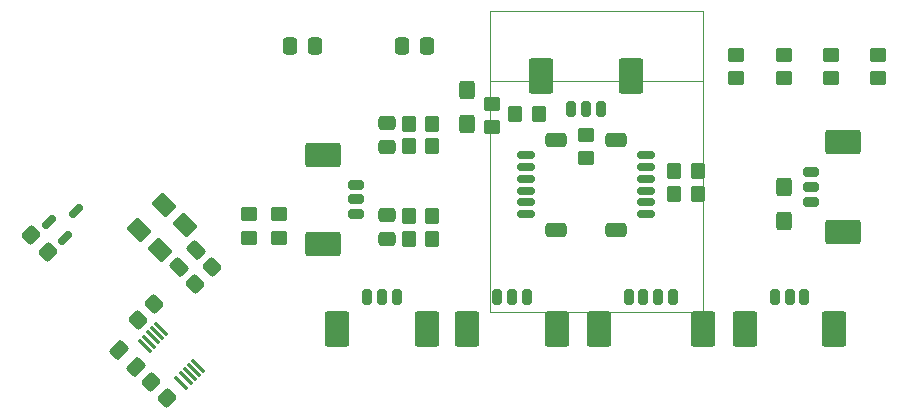
<source format=gbp>
G04 #@! TF.GenerationSoftware,KiCad,Pcbnew,9.0.0*
G04 #@! TF.CreationDate,2025-04-15T23:50:37+02:00*
G04 #@! TF.ProjectId,SUMEC_MK_V,53554d45-435f-44d4-9b5f-562e6b696361,v2.1.1*
G04 #@! TF.SameCoordinates,Original*
G04 #@! TF.FileFunction,Paste,Bot*
G04 #@! TF.FilePolarity,Positive*
%FSLAX46Y46*%
G04 Gerber Fmt 4.6, Leading zero omitted, Abs format (unit mm)*
G04 Created by KiCad (PCBNEW 9.0.0) date 2025-04-15 23:50:37*
%MOMM*%
%LPD*%
G01*
G04 APERTURE LIST*
G04 Aperture macros list*
%AMRoundRect*
0 Rectangle with rounded corners*
0 $1 Rounding radius*
0 $2 $3 $4 $5 $6 $7 $8 $9 X,Y pos of 4 corners*
0 Add a 4 corners polygon primitive as box body*
4,1,4,$2,$3,$4,$5,$6,$7,$8,$9,$2,$3,0*
0 Add four circle primitives for the rounded corners*
1,1,$1+$1,$2,$3*
1,1,$1+$1,$4,$5*
1,1,$1+$1,$6,$7*
1,1,$1+$1,$8,$9*
0 Add four rect primitives between the rounded corners*
20,1,$1+$1,$2,$3,$4,$5,0*
20,1,$1+$1,$4,$5,$6,$7,0*
20,1,$1+$1,$6,$7,$8,$9,0*
20,1,$1+$1,$8,$9,$2,$3,0*%
G04 Aperture macros list end*
%ADD10RoundRect,0.200000X-0.450000X0.200000X-0.450000X-0.200000X0.450000X-0.200000X0.450000X0.200000X0*%
%ADD11RoundRect,0.250001X-1.249999X0.799999X-1.249999X-0.799999X1.249999X-0.799999X1.249999X0.799999X0*%
%ADD12RoundRect,0.200000X0.450000X-0.200000X0.450000X0.200000X-0.450000X0.200000X-0.450000X-0.200000X0*%
%ADD13RoundRect,0.250001X1.249999X-0.799999X1.249999X0.799999X-1.249999X0.799999X-1.249999X-0.799999X0*%
%ADD14RoundRect,0.200000X0.200000X0.450000X-0.200000X0.450000X-0.200000X-0.450000X0.200000X-0.450000X0*%
%ADD15RoundRect,0.250001X0.799999X1.249999X-0.799999X1.249999X-0.799999X-1.249999X0.799999X-1.249999X0*%
%ADD16RoundRect,0.200000X-0.200000X-0.450000X0.200000X-0.450000X0.200000X0.450000X-0.200000X0.450000X0*%
%ADD17RoundRect,0.250001X-0.799999X-1.249999X0.799999X-1.249999X0.799999X1.249999X-0.799999X1.249999X0*%
%ADD18RoundRect,0.150000X0.625000X-0.150000X0.625000X0.150000X-0.625000X0.150000X-0.625000X-0.150000X0*%
%ADD19RoundRect,0.250000X0.650000X-0.350000X0.650000X0.350000X-0.650000X0.350000X-0.650000X-0.350000X0*%
%ADD20RoundRect,0.150000X-0.625000X0.150000X-0.625000X-0.150000X0.625000X-0.150000X0.625000X0.150000X0*%
%ADD21RoundRect,0.250000X-0.650000X0.350000X-0.650000X-0.350000X0.650000X-0.350000X0.650000X0.350000X0*%
%ADD22RoundRect,0.250000X-0.565685X-0.070711X-0.070711X-0.565685X0.565685X0.070711X0.070711X0.565685X0*%
%ADD23RoundRect,0.250001X-0.114905X0.768977X-0.768977X0.114905X0.114905X-0.768977X0.768977X-0.114905X0*%
%ADD24RoundRect,0.250000X0.425000X-0.537500X0.425000X0.537500X-0.425000X0.537500X-0.425000X-0.537500X0*%
%ADD25RoundRect,0.250000X0.475000X-0.337500X0.475000X0.337500X-0.475000X0.337500X-0.475000X-0.337500X0*%
%ADD26RoundRect,0.250000X0.450000X-0.350000X0.450000X0.350000X-0.450000X0.350000X-0.450000X-0.350000X0*%
%ADD27RoundRect,0.250000X-0.350000X-0.450000X0.350000X-0.450000X0.350000X0.450000X-0.350000X0.450000X0*%
%ADD28RoundRect,0.250000X-0.070711X0.565685X-0.565685X0.070711X0.070711X-0.565685X0.565685X-0.070711X0*%
%ADD29RoundRect,0.075000X0.512652X-0.406586X-0.406586X0.512652X-0.512652X0.406586X0.406586X-0.512652X0*%
%ADD30RoundRect,0.250000X-0.425000X0.537500X-0.425000X-0.537500X0.425000X-0.537500X0.425000X0.537500X0*%
%ADD31RoundRect,0.150000X-0.256326X-0.468458X0.468458X0.256326X0.256326X0.468458X-0.468458X-0.256326X0*%
%ADD32RoundRect,0.250000X0.337500X0.475000X-0.337500X0.475000X-0.337500X-0.475000X0.337500X-0.475000X0*%
%ADD33RoundRect,0.250000X0.070711X-0.565685X0.565685X-0.070711X-0.070711X0.565685X-0.565685X0.070711X0*%
%ADD34RoundRect,0.250000X-0.097227X0.574524X-0.574524X0.097227X0.097227X-0.574524X0.574524X-0.097227X0*%
%ADD35RoundRect,0.250000X-0.574524X-0.097227X-0.097227X-0.574524X0.574524X0.097227X0.097227X0.574524X0*%
%ADD36RoundRect,0.250000X0.350000X0.450000X-0.350000X0.450000X-0.350000X-0.450000X0.350000X-0.450000X0*%
%ADD37C,0.120000*%
G04 APERTURE END LIST*
D10*
X149800000Y-62950000D03*
X149800000Y-64200000D03*
X149800000Y-65450000D03*
D11*
X152550000Y-60400000D03*
X152550000Y-68000000D03*
D12*
X111250000Y-66500000D03*
X111250000Y-65250000D03*
X111250000Y-64000000D03*
D13*
X108500000Y-69050000D03*
X108500000Y-61450000D03*
D14*
X149250000Y-73500000D03*
X148000000Y-73500000D03*
X146750000Y-73500000D03*
D15*
X151800000Y-76250000D03*
X144200000Y-76250000D03*
D14*
X125750000Y-73500000D03*
X124500000Y-73500000D03*
X123250000Y-73500000D03*
D15*
X128300000Y-76250000D03*
X120700000Y-76250000D03*
D14*
X114750000Y-73500000D03*
X113500000Y-73500000D03*
X112250000Y-73500000D03*
D15*
X117300000Y-76250000D03*
X109700000Y-76250000D03*
D16*
X129500000Y-57550000D03*
X130750000Y-57550000D03*
X132000000Y-57550000D03*
D17*
X126950000Y-54800000D03*
X134550000Y-54800000D03*
D14*
X138125000Y-73500000D03*
X136875000Y-73500000D03*
X135625000Y-73500000D03*
X134375000Y-73500000D03*
D15*
X140675000Y-76250000D03*
X131825000Y-76250000D03*
D18*
X125675000Y-66500000D03*
X125675000Y-65500000D03*
X125675000Y-64500000D03*
X125675000Y-63500000D03*
X125675000Y-62500000D03*
X125675000Y-61500000D03*
D19*
X128200000Y-67800000D03*
X128200000Y-60200000D03*
D20*
X135825000Y-61500000D03*
X135825000Y-62500000D03*
X135825000Y-63500000D03*
X135825000Y-64500000D03*
X135825000Y-65500000D03*
X135825000Y-66500000D03*
D21*
X133300000Y-60200000D03*
X133300000Y-67800000D03*
D22*
X83792893Y-68292893D03*
X85207107Y-69707107D03*
D23*
X96801821Y-67448179D03*
X94698179Y-69551821D03*
D24*
X120650000Y-58837500D03*
X120650000Y-55962500D03*
D25*
X113876000Y-68599000D03*
X113876000Y-66524000D03*
D26*
X130750000Y-61750000D03*
X130750000Y-59750000D03*
D27*
X124750000Y-58000000D03*
X126750000Y-58000000D03*
D28*
X94208579Y-74080151D03*
X92794365Y-75494365D03*
D27*
X115750000Y-60725000D03*
X117750000Y-60725000D03*
D29*
X97914214Y-79335786D03*
X97560660Y-79689340D03*
X97207107Y-80042893D03*
X96853554Y-80396446D03*
X96500000Y-80750000D03*
X93388730Y-77638730D03*
X93742284Y-77285176D03*
X94095837Y-76931623D03*
X94449390Y-76578070D03*
X94802944Y-76224516D03*
D27*
X115750000Y-58825000D03*
X117750000Y-58825000D03*
D26*
X147500000Y-55000000D03*
X147500000Y-53000000D03*
D27*
X115750000Y-68587500D03*
X117750000Y-68587500D03*
D30*
X147550000Y-64162500D03*
X147550000Y-67037500D03*
D31*
X86617417Y-68476085D03*
X85273915Y-67132583D03*
X87554334Y-66195666D03*
D23*
X95051821Y-65698179D03*
X92948179Y-67801821D03*
D27*
X115750000Y-66687500D03*
X117750000Y-66687500D03*
D26*
X151500000Y-55000000D03*
X151500000Y-53000000D03*
D32*
X107787500Y-52250000D03*
X105712500Y-52250000D03*
D33*
X97642893Y-72407107D03*
X99057107Y-70992893D03*
D34*
X97733623Y-69516377D03*
X96266377Y-70983623D03*
D26*
X104750000Y-68500000D03*
X104750000Y-66500000D03*
X143500000Y-55000000D03*
X143500000Y-53000000D03*
D35*
X91217849Y-78003635D03*
X92685095Y-79470881D03*
D36*
X140250000Y-64750000D03*
X138250000Y-64750000D03*
D32*
X117287500Y-52250000D03*
X115212500Y-52250000D03*
D25*
X113900000Y-60837500D03*
X113900000Y-58762500D03*
D22*
X93894365Y-80680151D03*
X95308579Y-82094365D03*
D26*
X102250000Y-68500000D03*
X102250000Y-66500000D03*
D36*
X140250000Y-62850000D03*
X138250000Y-62850000D03*
D26*
X155500000Y-55000000D03*
X155500000Y-53000000D03*
X122800000Y-59150000D03*
X122800000Y-57150000D03*
D37*
X122650000Y-49290000D02*
X140650000Y-49290000D01*
X122650000Y-55230000D02*
X140650000Y-55230000D01*
X122650000Y-74790000D02*
X122650000Y-49290000D01*
X140650000Y-49290000D02*
X140650000Y-74790000D01*
X140650000Y-74790000D02*
X122650000Y-74790000D01*
M02*

</source>
